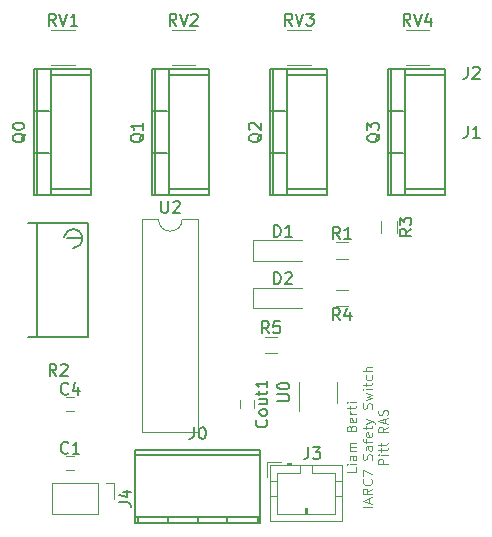
<source format=gbr>
G04 #@! TF.GenerationSoftware,KiCad,Pcbnew,no-vcs-found-ea855c1~58~ubuntu16.04.1*
G04 #@! TF.CreationDate,2017-06-06T15:51:33-04:00*
G04 #@! TF.ProjectId,KillSwitch,4B696C6C5377697463682E6B69636164,rev?*
G04 #@! TF.FileFunction,Legend,Top*
G04 #@! TF.FilePolarity,Positive*
%FSLAX46Y46*%
G04 Gerber Fmt 4.6, Leading zero omitted, Abs format (unit mm)*
G04 Created by KiCad (PCBNEW no-vcs-found-ea855c1~58~ubuntu16.04.1) date Tue Jun  6 15:51:33 2017*
%MOMM*%
%LPD*%
G01*
G04 APERTURE LIST*
%ADD10C,0.100000*%
%ADD11C,0.125000*%
%ADD12C,0.150000*%
%ADD13C,0.120000*%
G04 APERTURE END LIST*
D10*
D11*
X205236904Y-91352380D02*
X205236904Y-91733333D01*
X204436904Y-91733333D01*
X205236904Y-91085714D02*
X204703571Y-91085714D01*
X204436904Y-91085714D02*
X204475000Y-91123809D01*
X204513095Y-91085714D01*
X204475000Y-91047619D01*
X204436904Y-91085714D01*
X204513095Y-91085714D01*
X205236904Y-90361904D02*
X204817857Y-90361904D01*
X204741666Y-90400000D01*
X204703571Y-90476190D01*
X204703571Y-90628571D01*
X204741666Y-90704761D01*
X205198809Y-90361904D02*
X205236904Y-90438095D01*
X205236904Y-90628571D01*
X205198809Y-90704761D01*
X205122619Y-90742857D01*
X205046428Y-90742857D01*
X204970238Y-90704761D01*
X204932142Y-90628571D01*
X204932142Y-90438095D01*
X204894047Y-90361904D01*
X205236904Y-89980952D02*
X204703571Y-89980952D01*
X204779761Y-89980952D02*
X204741666Y-89942857D01*
X204703571Y-89866666D01*
X204703571Y-89752380D01*
X204741666Y-89676190D01*
X204817857Y-89638095D01*
X205236904Y-89638095D01*
X204817857Y-89638095D02*
X204741666Y-89600000D01*
X204703571Y-89523809D01*
X204703571Y-89409523D01*
X204741666Y-89333333D01*
X204817857Y-89295238D01*
X205236904Y-89295238D01*
X204817857Y-88038095D02*
X204855952Y-87923809D01*
X204894047Y-87885714D01*
X204970238Y-87847619D01*
X205084523Y-87847619D01*
X205160714Y-87885714D01*
X205198809Y-87923809D01*
X205236904Y-88000000D01*
X205236904Y-88304761D01*
X204436904Y-88304761D01*
X204436904Y-88038095D01*
X204475000Y-87961904D01*
X204513095Y-87923809D01*
X204589285Y-87885714D01*
X204665476Y-87885714D01*
X204741666Y-87923809D01*
X204779761Y-87961904D01*
X204817857Y-88038095D01*
X204817857Y-88304761D01*
X205198809Y-87200000D02*
X205236904Y-87276190D01*
X205236904Y-87428571D01*
X205198809Y-87504761D01*
X205122619Y-87542857D01*
X204817857Y-87542857D01*
X204741666Y-87504761D01*
X204703571Y-87428571D01*
X204703571Y-87276190D01*
X204741666Y-87200000D01*
X204817857Y-87161904D01*
X204894047Y-87161904D01*
X204970238Y-87542857D01*
X205236904Y-86819047D02*
X204703571Y-86819047D01*
X204855952Y-86819047D02*
X204779761Y-86780952D01*
X204741666Y-86742857D01*
X204703571Y-86666666D01*
X204703571Y-86590476D01*
X204703571Y-86438095D02*
X204703571Y-86133333D01*
X204436904Y-86323809D02*
X205122619Y-86323809D01*
X205198809Y-86285714D01*
X205236904Y-86209523D01*
X205236904Y-86133333D01*
X205236904Y-85866666D02*
X204703571Y-85866666D01*
X204436904Y-85866666D02*
X204475000Y-85904761D01*
X204513095Y-85866666D01*
X204475000Y-85828571D01*
X204436904Y-85866666D01*
X204513095Y-85866666D01*
X206561904Y-94704761D02*
X205761904Y-94704761D01*
X206333333Y-94361904D02*
X206333333Y-93980952D01*
X206561904Y-94438095D02*
X205761904Y-94171428D01*
X206561904Y-93904761D01*
X206561904Y-93180952D02*
X206180952Y-93447619D01*
X206561904Y-93638095D02*
X205761904Y-93638095D01*
X205761904Y-93333333D01*
X205800000Y-93257142D01*
X205838095Y-93219047D01*
X205914285Y-93180952D01*
X206028571Y-93180952D01*
X206104761Y-93219047D01*
X206142857Y-93257142D01*
X206180952Y-93333333D01*
X206180952Y-93638095D01*
X206485714Y-92380952D02*
X206523809Y-92419047D01*
X206561904Y-92533333D01*
X206561904Y-92609523D01*
X206523809Y-92723809D01*
X206447619Y-92800000D01*
X206371428Y-92838095D01*
X206219047Y-92876190D01*
X206104761Y-92876190D01*
X205952380Y-92838095D01*
X205876190Y-92800000D01*
X205800000Y-92723809D01*
X205761904Y-92609523D01*
X205761904Y-92533333D01*
X205800000Y-92419047D01*
X205838095Y-92380952D01*
X205761904Y-92114285D02*
X205761904Y-91580952D01*
X206561904Y-91923809D01*
X206523809Y-90704761D02*
X206561904Y-90590476D01*
X206561904Y-90400000D01*
X206523809Y-90323809D01*
X206485714Y-90285714D01*
X206409523Y-90247619D01*
X206333333Y-90247619D01*
X206257142Y-90285714D01*
X206219047Y-90323809D01*
X206180952Y-90400000D01*
X206142857Y-90552380D01*
X206104761Y-90628571D01*
X206066666Y-90666666D01*
X205990476Y-90704761D01*
X205914285Y-90704761D01*
X205838095Y-90666666D01*
X205800000Y-90628571D01*
X205761904Y-90552380D01*
X205761904Y-90361904D01*
X205800000Y-90247619D01*
X206561904Y-89561904D02*
X206142857Y-89561904D01*
X206066666Y-89600000D01*
X206028571Y-89676190D01*
X206028571Y-89828571D01*
X206066666Y-89904761D01*
X206523809Y-89561904D02*
X206561904Y-89638095D01*
X206561904Y-89828571D01*
X206523809Y-89904761D01*
X206447619Y-89942857D01*
X206371428Y-89942857D01*
X206295238Y-89904761D01*
X206257142Y-89828571D01*
X206257142Y-89638095D01*
X206219047Y-89561904D01*
X206028571Y-89295238D02*
X206028571Y-88990476D01*
X206561904Y-89180952D02*
X205876190Y-89180952D01*
X205800000Y-89142857D01*
X205761904Y-89066666D01*
X205761904Y-88990476D01*
X206523809Y-88419047D02*
X206561904Y-88495238D01*
X206561904Y-88647619D01*
X206523809Y-88723809D01*
X206447619Y-88761904D01*
X206142857Y-88761904D01*
X206066666Y-88723809D01*
X206028571Y-88647619D01*
X206028571Y-88495238D01*
X206066666Y-88419047D01*
X206142857Y-88380952D01*
X206219047Y-88380952D01*
X206295238Y-88761904D01*
X206028571Y-88152380D02*
X206028571Y-87847619D01*
X205761904Y-88038095D02*
X206447619Y-88038095D01*
X206523809Y-88000000D01*
X206561904Y-87923809D01*
X206561904Y-87847619D01*
X206028571Y-87657142D02*
X206561904Y-87466666D01*
X206028571Y-87276190D02*
X206561904Y-87466666D01*
X206752380Y-87542857D01*
X206790476Y-87580952D01*
X206828571Y-87657142D01*
X206523809Y-86400000D02*
X206561904Y-86285714D01*
X206561904Y-86095238D01*
X206523809Y-86019047D01*
X206485714Y-85980952D01*
X206409523Y-85942857D01*
X206333333Y-85942857D01*
X206257142Y-85980952D01*
X206219047Y-86019047D01*
X206180952Y-86095238D01*
X206142857Y-86247619D01*
X206104761Y-86323809D01*
X206066666Y-86361904D01*
X205990476Y-86400000D01*
X205914285Y-86400000D01*
X205838095Y-86361904D01*
X205800000Y-86323809D01*
X205761904Y-86247619D01*
X205761904Y-86057142D01*
X205800000Y-85942857D01*
X206028571Y-85676190D02*
X206561904Y-85523809D01*
X206180952Y-85371428D01*
X206561904Y-85219047D01*
X206028571Y-85066666D01*
X206561904Y-84761904D02*
X206028571Y-84761904D01*
X205761904Y-84761904D02*
X205800000Y-84800000D01*
X205838095Y-84761904D01*
X205800000Y-84723809D01*
X205761904Y-84761904D01*
X205838095Y-84761904D01*
X206028571Y-84495238D02*
X206028571Y-84190476D01*
X205761904Y-84380952D02*
X206447619Y-84380952D01*
X206523809Y-84342857D01*
X206561904Y-84266666D01*
X206561904Y-84190476D01*
X206523809Y-83580952D02*
X206561904Y-83657142D01*
X206561904Y-83809523D01*
X206523809Y-83885714D01*
X206485714Y-83923809D01*
X206409523Y-83961904D01*
X206180952Y-83961904D01*
X206104761Y-83923809D01*
X206066666Y-83885714D01*
X206028571Y-83809523D01*
X206028571Y-83657142D01*
X206066666Y-83580952D01*
X206561904Y-83238095D02*
X205761904Y-83238095D01*
X206561904Y-82895238D02*
X206142857Y-82895238D01*
X206066666Y-82933333D01*
X206028571Y-83009523D01*
X206028571Y-83123809D01*
X206066666Y-83200000D01*
X206104761Y-83238095D01*
X207886904Y-91085714D02*
X207086904Y-91085714D01*
X207086904Y-90780952D01*
X207125000Y-90704761D01*
X207163095Y-90666666D01*
X207239285Y-90628571D01*
X207353571Y-90628571D01*
X207429761Y-90666666D01*
X207467857Y-90704761D01*
X207505952Y-90780952D01*
X207505952Y-91085714D01*
X207886904Y-90285714D02*
X207353571Y-90285714D01*
X207086904Y-90285714D02*
X207125000Y-90323809D01*
X207163095Y-90285714D01*
X207125000Y-90247619D01*
X207086904Y-90285714D01*
X207163095Y-90285714D01*
X207353571Y-90019047D02*
X207353571Y-89714285D01*
X207086904Y-89904761D02*
X207772619Y-89904761D01*
X207848809Y-89866666D01*
X207886904Y-89790476D01*
X207886904Y-89714285D01*
X207353571Y-89561904D02*
X207353571Y-89257142D01*
X207086904Y-89447619D02*
X207772619Y-89447619D01*
X207848809Y-89409523D01*
X207886904Y-89333333D01*
X207886904Y-89257142D01*
X207886904Y-87923809D02*
X207505952Y-88190476D01*
X207886904Y-88380952D02*
X207086904Y-88380952D01*
X207086904Y-88076190D01*
X207125000Y-88000000D01*
X207163095Y-87961904D01*
X207239285Y-87923809D01*
X207353571Y-87923809D01*
X207429761Y-87961904D01*
X207467857Y-88000000D01*
X207505952Y-88076190D01*
X207505952Y-88380952D01*
X207658333Y-87619047D02*
X207658333Y-87238095D01*
X207886904Y-87695238D02*
X207086904Y-87428571D01*
X207886904Y-87161904D01*
X207848809Y-86933333D02*
X207886904Y-86819047D01*
X207886904Y-86628571D01*
X207848809Y-86552380D01*
X207810714Y-86514285D01*
X207734523Y-86476190D01*
X207658333Y-86476190D01*
X207582142Y-86514285D01*
X207544047Y-86552380D01*
X207505952Y-86628571D01*
X207467857Y-86780952D01*
X207429761Y-86857142D01*
X207391666Y-86895238D01*
X207315476Y-86933333D01*
X207239285Y-86933333D01*
X207163095Y-86895238D01*
X207125000Y-86857142D01*
X207086904Y-86780952D01*
X207086904Y-86590476D01*
X207125000Y-86476190D01*
D12*
X197110980Y-89901200D02*
X186509020Y-89901200D01*
X186509020Y-90299980D02*
X197110980Y-90299980D01*
X186509020Y-95600960D02*
X197110980Y-95600960D01*
X197110980Y-96098800D02*
X186509020Y-96098800D01*
X194306820Y-95600960D02*
X194306820Y-96098800D01*
X191810000Y-95600960D02*
X191810000Y-96098800D01*
X186712220Y-96098800D02*
X186712220Y-95600960D01*
X196910320Y-95600960D02*
X196910320Y-96098800D01*
X189313180Y-96098800D02*
X189313180Y-95600960D01*
X197108440Y-96098800D02*
X197108440Y-89901200D01*
X186514100Y-89901200D02*
X186514100Y-96098800D01*
D13*
X183365000Y-92670000D02*
X179495000Y-92670000D01*
X179495000Y-92670000D02*
X179495000Y-95330000D01*
X179495000Y-95330000D02*
X183365000Y-95330000D01*
X183365000Y-95330000D02*
X183365000Y-92670000D01*
X184000000Y-92670000D02*
X184695000Y-92670000D01*
X184695000Y-92670000D02*
X184695000Y-94000000D01*
X180650000Y-90400000D02*
X181350000Y-90400000D01*
X181350000Y-91600000D02*
X180650000Y-91600000D01*
X180650000Y-85400000D02*
X181350000Y-85400000D01*
X181350000Y-86600000D02*
X180650000Y-86600000D01*
X196600000Y-85650000D02*
X196600000Y-86350000D01*
X195400000Y-86350000D02*
X195400000Y-85650000D01*
X196500000Y-72150000D02*
X196500000Y-73850000D01*
X196550000Y-73850000D02*
X200600000Y-73850000D01*
X196550000Y-72150000D02*
X200600000Y-72150000D01*
X196500000Y-76150000D02*
X196500000Y-77850000D01*
X196550000Y-77850000D02*
X200600000Y-77850000D01*
X196550000Y-76150000D02*
X200600000Y-76150000D01*
X197950000Y-91200000D02*
X197950000Y-95900000D01*
X197950000Y-95900000D02*
X204050000Y-95900000D01*
X204050000Y-95900000D02*
X204050000Y-91200000D01*
X204050000Y-91200000D02*
X197950000Y-91200000D01*
X200500000Y-91200000D02*
X200500000Y-91800000D01*
X200500000Y-91800000D02*
X198550000Y-91800000D01*
X198550000Y-91800000D02*
X198550000Y-95300000D01*
X198550000Y-95300000D02*
X203450000Y-95300000D01*
X203450000Y-95300000D02*
X203450000Y-91800000D01*
X203450000Y-91800000D02*
X201500000Y-91800000D01*
X201500000Y-91800000D02*
X201500000Y-91200000D01*
X197950000Y-92500000D02*
X198550000Y-92500000D01*
X197950000Y-93800000D02*
X198550000Y-93800000D01*
X204050000Y-92500000D02*
X203450000Y-92500000D01*
X204050000Y-93800000D02*
X203450000Y-93800000D01*
X199700000Y-91200000D02*
X199700000Y-91000000D01*
X199700000Y-91000000D02*
X199400000Y-91000000D01*
X199400000Y-91000000D02*
X199400000Y-91200000D01*
X199700000Y-91100000D02*
X199400000Y-91100000D01*
X200900000Y-95300000D02*
X200900000Y-94800000D01*
X200900000Y-94800000D02*
X201100000Y-94800000D01*
X201100000Y-94800000D02*
X201100000Y-95300000D01*
X201000000Y-95300000D02*
X201000000Y-94800000D01*
X198900000Y-90900000D02*
X197650000Y-90900000D01*
X197650000Y-90900000D02*
X197650000Y-92150000D01*
D12*
X179349000Y-58174000D02*
X182778000Y-58174000D01*
X179349000Y-67826000D02*
X182778000Y-67826000D01*
X178206000Y-57666000D02*
X178206000Y-68334000D01*
X179222000Y-61222000D02*
X177952000Y-61222000D01*
X179222000Y-64778000D02*
X177952000Y-64778000D01*
X179349000Y-68334000D02*
X179349000Y-57666000D01*
X182778000Y-57666000D02*
X182778000Y-68334000D01*
X177952000Y-68334000D02*
X182778000Y-68334000D01*
X177952000Y-57666000D02*
X182778000Y-57666000D01*
X177952000Y-57666000D02*
X177952000Y-68334000D01*
X189349000Y-58174000D02*
X192778000Y-58174000D01*
X189349000Y-67826000D02*
X192778000Y-67826000D01*
X188206000Y-57666000D02*
X188206000Y-68334000D01*
X189222000Y-61222000D02*
X187952000Y-61222000D01*
X189222000Y-64778000D02*
X187952000Y-64778000D01*
X189349000Y-68334000D02*
X189349000Y-57666000D01*
X192778000Y-57666000D02*
X192778000Y-68334000D01*
X187952000Y-68334000D02*
X192778000Y-68334000D01*
X187952000Y-57666000D02*
X192778000Y-57666000D01*
X187952000Y-57666000D02*
X187952000Y-68334000D01*
X199349000Y-58174000D02*
X202778000Y-58174000D01*
X199349000Y-67826000D02*
X202778000Y-67826000D01*
X198206000Y-57666000D02*
X198206000Y-68334000D01*
X199222000Y-61222000D02*
X197952000Y-61222000D01*
X199222000Y-64778000D02*
X197952000Y-64778000D01*
X199349000Y-68334000D02*
X199349000Y-57666000D01*
X202778000Y-57666000D02*
X202778000Y-68334000D01*
X197952000Y-68334000D02*
X202778000Y-68334000D01*
X197952000Y-57666000D02*
X202778000Y-57666000D01*
X197952000Y-57666000D02*
X197952000Y-68334000D01*
X209349000Y-58174000D02*
X212778000Y-58174000D01*
X209349000Y-67826000D02*
X212778000Y-67826000D01*
X208206000Y-57666000D02*
X208206000Y-68334000D01*
X209222000Y-61222000D02*
X207952000Y-61222000D01*
X209222000Y-64778000D02*
X207952000Y-64778000D01*
X209349000Y-68334000D02*
X209349000Y-57666000D01*
X212778000Y-57666000D02*
X212778000Y-68334000D01*
X207952000Y-68334000D02*
X212778000Y-68334000D01*
X207952000Y-57666000D02*
X212778000Y-57666000D01*
X207952000Y-57666000D02*
X207952000Y-68334000D01*
D13*
X204500000Y-73680000D02*
X203500000Y-73680000D01*
X203500000Y-72320000D02*
X204500000Y-72320000D01*
D12*
X182032000Y-71984000D02*
X180762000Y-71984000D01*
X181282700Y-72771400D02*
X181536700Y-72733300D01*
X181536700Y-72733300D02*
X181816100Y-72555500D01*
X181816100Y-72555500D02*
X182032000Y-72238000D01*
X182032000Y-72238000D02*
X182044700Y-71793500D01*
X182044700Y-71793500D02*
X181841500Y-71437900D01*
X181841500Y-71437900D02*
X181549400Y-71260100D01*
X181549400Y-71260100D02*
X181231900Y-71209300D01*
X181231900Y-71209300D02*
X180825500Y-71310900D01*
X180825500Y-71310900D02*
X180571500Y-71653800D01*
X180571500Y-71653800D02*
X180482600Y-71831600D01*
X178222000Y-80366000D02*
X178222000Y-70714000D01*
X181270000Y-70714000D02*
X182540000Y-70714000D01*
X182540000Y-70714000D02*
X182540000Y-80366000D01*
X182540000Y-80366000D02*
X177460000Y-80366000D01*
X177460000Y-70714000D02*
X180000000Y-70714000D01*
X180000000Y-70714000D02*
X181270000Y-70714000D01*
D13*
X207320000Y-71500000D02*
X207320000Y-70500000D01*
X208680000Y-70500000D02*
X208680000Y-71500000D01*
X203500000Y-76320000D02*
X204500000Y-76320000D01*
X204500000Y-77680000D02*
X203500000Y-77680000D01*
X198500000Y-81680000D02*
X197500000Y-81680000D01*
X197500000Y-80320000D02*
X198500000Y-80320000D01*
X203610000Y-85900000D02*
X203610000Y-84100000D01*
X200390000Y-84100000D02*
X200390000Y-86550000D01*
X190484000Y-70365000D02*
G75*
G02X188484000Y-70365000I-1000000J0D01*
G01*
X188484000Y-70365000D02*
X187114000Y-70365000D01*
X187114000Y-70365000D02*
X187114000Y-88385000D01*
X187114000Y-88385000D02*
X191854000Y-88385000D01*
X191854000Y-88385000D02*
X191854000Y-70365000D01*
X191854000Y-70365000D02*
X190484000Y-70365000D01*
X181400000Y-57280000D02*
X179400000Y-57280000D01*
X179400000Y-54320000D02*
X181400000Y-54320000D01*
X191600000Y-57280000D02*
X189600000Y-57280000D01*
X189600000Y-54320000D02*
X191600000Y-54320000D01*
X201400000Y-57280000D02*
X199400000Y-57280000D01*
X199400000Y-54320000D02*
X201400000Y-54320000D01*
X211400000Y-57280000D02*
X209400000Y-57280000D01*
X209400000Y-54320000D02*
X211400000Y-54320000D01*
D12*
X214666666Y-62452380D02*
X214666666Y-63166666D01*
X214619047Y-63309523D01*
X214523809Y-63404761D01*
X214380952Y-63452380D01*
X214285714Y-63452380D01*
X215666666Y-63452380D02*
X215095238Y-63452380D01*
X215380952Y-63452380D02*
X215380952Y-62452380D01*
X215285714Y-62595238D01*
X215190476Y-62690476D01*
X215095238Y-62738095D01*
X191476666Y-87951500D02*
X191476666Y-88665786D01*
X191429047Y-88808643D01*
X191333809Y-88903881D01*
X191190952Y-88951500D01*
X191095714Y-88951500D01*
X192143333Y-87951500D02*
X192238571Y-87951500D01*
X192333809Y-87999120D01*
X192381428Y-88046739D01*
X192429047Y-88141977D01*
X192476666Y-88332453D01*
X192476666Y-88570548D01*
X192429047Y-88761024D01*
X192381428Y-88856262D01*
X192333809Y-88903881D01*
X192238571Y-88951500D01*
X192143333Y-88951500D01*
X192048095Y-88903881D01*
X192000476Y-88856262D01*
X191952857Y-88761024D01*
X191905238Y-88570548D01*
X191905238Y-88332453D01*
X191952857Y-88141977D01*
X192000476Y-88046739D01*
X192048095Y-87999120D01*
X192143333Y-87951500D01*
X185147380Y-94333333D02*
X185861666Y-94333333D01*
X186004523Y-94380952D01*
X186099761Y-94476190D01*
X186147380Y-94619047D01*
X186147380Y-94714285D01*
X185480714Y-93428571D02*
X186147380Y-93428571D01*
X185099761Y-93666666D02*
X185814047Y-93904761D01*
X185814047Y-93285714D01*
X180833333Y-90107142D02*
X180785714Y-90154761D01*
X180642857Y-90202380D01*
X180547619Y-90202380D01*
X180404761Y-90154761D01*
X180309523Y-90059523D01*
X180261904Y-89964285D01*
X180214285Y-89773809D01*
X180214285Y-89630952D01*
X180261904Y-89440476D01*
X180309523Y-89345238D01*
X180404761Y-89250000D01*
X180547619Y-89202380D01*
X180642857Y-89202380D01*
X180785714Y-89250000D01*
X180833333Y-89297619D01*
X181785714Y-90202380D02*
X181214285Y-90202380D01*
X181500000Y-90202380D02*
X181500000Y-89202380D01*
X181404761Y-89345238D01*
X181309523Y-89440476D01*
X181214285Y-89488095D01*
X180833333Y-85107142D02*
X180785714Y-85154761D01*
X180642857Y-85202380D01*
X180547619Y-85202380D01*
X180404761Y-85154761D01*
X180309523Y-85059523D01*
X180261904Y-84964285D01*
X180214285Y-84773809D01*
X180214285Y-84630952D01*
X180261904Y-84440476D01*
X180309523Y-84345238D01*
X180404761Y-84250000D01*
X180547619Y-84202380D01*
X180642857Y-84202380D01*
X180785714Y-84250000D01*
X180833333Y-84297619D01*
X181690476Y-84535714D02*
X181690476Y-85202380D01*
X181452380Y-84154761D02*
X181214285Y-84869047D01*
X181833333Y-84869047D01*
X197607142Y-87357142D02*
X197654761Y-87404761D01*
X197702380Y-87547619D01*
X197702380Y-87642857D01*
X197654761Y-87785714D01*
X197559523Y-87880952D01*
X197464285Y-87928571D01*
X197273809Y-87976190D01*
X197130952Y-87976190D01*
X196940476Y-87928571D01*
X196845238Y-87880952D01*
X196750000Y-87785714D01*
X196702380Y-87642857D01*
X196702380Y-87547619D01*
X196750000Y-87404761D01*
X196797619Y-87357142D01*
X197702380Y-86785714D02*
X197654761Y-86880952D01*
X197607142Y-86928571D01*
X197511904Y-86976190D01*
X197226190Y-86976190D01*
X197130952Y-86928571D01*
X197083333Y-86880952D01*
X197035714Y-86785714D01*
X197035714Y-86642857D01*
X197083333Y-86547619D01*
X197130952Y-86500000D01*
X197226190Y-86452380D01*
X197511904Y-86452380D01*
X197607142Y-86500000D01*
X197654761Y-86547619D01*
X197702380Y-86642857D01*
X197702380Y-86785714D01*
X197035714Y-85595238D02*
X197702380Y-85595238D01*
X197035714Y-86023809D02*
X197559523Y-86023809D01*
X197654761Y-85976190D01*
X197702380Y-85880952D01*
X197702380Y-85738095D01*
X197654761Y-85642857D01*
X197607142Y-85595238D01*
X197035714Y-85261904D02*
X197035714Y-84880952D01*
X196702380Y-85119047D02*
X197559523Y-85119047D01*
X197654761Y-85071428D01*
X197702380Y-84976190D01*
X197702380Y-84880952D01*
X197702380Y-84023809D02*
X197702380Y-84595238D01*
X197702380Y-84309523D02*
X196702380Y-84309523D01*
X196845238Y-84404761D01*
X196940476Y-84500000D01*
X196988095Y-84595238D01*
X198261904Y-71852380D02*
X198261904Y-70852380D01*
X198500000Y-70852380D01*
X198642857Y-70900000D01*
X198738095Y-70995238D01*
X198785714Y-71090476D01*
X198833333Y-71280952D01*
X198833333Y-71423809D01*
X198785714Y-71614285D01*
X198738095Y-71709523D01*
X198642857Y-71804761D01*
X198500000Y-71852380D01*
X198261904Y-71852380D01*
X199785714Y-71852380D02*
X199214285Y-71852380D01*
X199500000Y-71852380D02*
X199500000Y-70852380D01*
X199404761Y-70995238D01*
X199309523Y-71090476D01*
X199214285Y-71138095D01*
X198261904Y-75852380D02*
X198261904Y-74852380D01*
X198500000Y-74852380D01*
X198642857Y-74900000D01*
X198738095Y-74995238D01*
X198785714Y-75090476D01*
X198833333Y-75280952D01*
X198833333Y-75423809D01*
X198785714Y-75614285D01*
X198738095Y-75709523D01*
X198642857Y-75804761D01*
X198500000Y-75852380D01*
X198261904Y-75852380D01*
X199214285Y-74947619D02*
X199261904Y-74900000D01*
X199357142Y-74852380D01*
X199595238Y-74852380D01*
X199690476Y-74900000D01*
X199738095Y-74947619D01*
X199785714Y-75042857D01*
X199785714Y-75138095D01*
X199738095Y-75280952D01*
X199166666Y-75852380D01*
X199785714Y-75852380D01*
X201166666Y-89652380D02*
X201166666Y-90366666D01*
X201119047Y-90509523D01*
X201023809Y-90604761D01*
X200880952Y-90652380D01*
X200785714Y-90652380D01*
X201547619Y-89652380D02*
X202166666Y-89652380D01*
X201833333Y-90033333D01*
X201976190Y-90033333D01*
X202071428Y-90080952D01*
X202119047Y-90128571D01*
X202166666Y-90223809D01*
X202166666Y-90461904D01*
X202119047Y-90557142D01*
X202071428Y-90604761D01*
X201976190Y-90652380D01*
X201690476Y-90652380D01*
X201595238Y-90604761D01*
X201547619Y-90557142D01*
X177229619Y-63095238D02*
X177182000Y-63190476D01*
X177086761Y-63285714D01*
X176943904Y-63428571D01*
X176896285Y-63523809D01*
X176896285Y-63619047D01*
X177134380Y-63571428D02*
X177086761Y-63666666D01*
X176991523Y-63761904D01*
X176801047Y-63809523D01*
X176467714Y-63809523D01*
X176277238Y-63761904D01*
X176182000Y-63666666D01*
X176134380Y-63571428D01*
X176134380Y-63380952D01*
X176182000Y-63285714D01*
X176277238Y-63190476D01*
X176467714Y-63142857D01*
X176801047Y-63142857D01*
X176991523Y-63190476D01*
X177086761Y-63285714D01*
X177134380Y-63380952D01*
X177134380Y-63571428D01*
X176134380Y-62523809D02*
X176134380Y-62428571D01*
X176182000Y-62333333D01*
X176229619Y-62285714D01*
X176324857Y-62238095D01*
X176515333Y-62190476D01*
X176753428Y-62190476D01*
X176943904Y-62238095D01*
X177039142Y-62285714D01*
X177086761Y-62333333D01*
X177134380Y-62428571D01*
X177134380Y-62523809D01*
X177086761Y-62619047D01*
X177039142Y-62666666D01*
X176943904Y-62714285D01*
X176753428Y-62761904D01*
X176515333Y-62761904D01*
X176324857Y-62714285D01*
X176229619Y-62666666D01*
X176182000Y-62619047D01*
X176134380Y-62523809D01*
X187229619Y-63095238D02*
X187182000Y-63190476D01*
X187086761Y-63285714D01*
X186943904Y-63428571D01*
X186896285Y-63523809D01*
X186896285Y-63619047D01*
X187134380Y-63571428D02*
X187086761Y-63666666D01*
X186991523Y-63761904D01*
X186801047Y-63809523D01*
X186467714Y-63809523D01*
X186277238Y-63761904D01*
X186182000Y-63666666D01*
X186134380Y-63571428D01*
X186134380Y-63380952D01*
X186182000Y-63285714D01*
X186277238Y-63190476D01*
X186467714Y-63142857D01*
X186801047Y-63142857D01*
X186991523Y-63190476D01*
X187086761Y-63285714D01*
X187134380Y-63380952D01*
X187134380Y-63571428D01*
X187134380Y-62190476D02*
X187134380Y-62761904D01*
X187134380Y-62476190D02*
X186134380Y-62476190D01*
X186277238Y-62571428D01*
X186372476Y-62666666D01*
X186420095Y-62761904D01*
X197229619Y-63095238D02*
X197182000Y-63190476D01*
X197086761Y-63285714D01*
X196943904Y-63428571D01*
X196896285Y-63523809D01*
X196896285Y-63619047D01*
X197134380Y-63571428D02*
X197086761Y-63666666D01*
X196991523Y-63761904D01*
X196801047Y-63809523D01*
X196467714Y-63809523D01*
X196277238Y-63761904D01*
X196182000Y-63666666D01*
X196134380Y-63571428D01*
X196134380Y-63380952D01*
X196182000Y-63285714D01*
X196277238Y-63190476D01*
X196467714Y-63142857D01*
X196801047Y-63142857D01*
X196991523Y-63190476D01*
X197086761Y-63285714D01*
X197134380Y-63380952D01*
X197134380Y-63571428D01*
X196229619Y-62761904D02*
X196182000Y-62714285D01*
X196134380Y-62619047D01*
X196134380Y-62380952D01*
X196182000Y-62285714D01*
X196229619Y-62238095D01*
X196324857Y-62190476D01*
X196420095Y-62190476D01*
X196562952Y-62238095D01*
X197134380Y-62809523D01*
X197134380Y-62190476D01*
X207229619Y-63095238D02*
X207182000Y-63190476D01*
X207086761Y-63285714D01*
X206943904Y-63428571D01*
X206896285Y-63523809D01*
X206896285Y-63619047D01*
X207134380Y-63571428D02*
X207086761Y-63666666D01*
X206991523Y-63761904D01*
X206801047Y-63809523D01*
X206467714Y-63809523D01*
X206277238Y-63761904D01*
X206182000Y-63666666D01*
X206134380Y-63571428D01*
X206134380Y-63380952D01*
X206182000Y-63285714D01*
X206277238Y-63190476D01*
X206467714Y-63142857D01*
X206801047Y-63142857D01*
X206991523Y-63190476D01*
X207086761Y-63285714D01*
X207134380Y-63380952D01*
X207134380Y-63571428D01*
X206134380Y-62809523D02*
X206134380Y-62190476D01*
X206515333Y-62523809D01*
X206515333Y-62380952D01*
X206562952Y-62285714D01*
X206610571Y-62238095D01*
X206705809Y-62190476D01*
X206943904Y-62190476D01*
X207039142Y-62238095D01*
X207086761Y-62285714D01*
X207134380Y-62380952D01*
X207134380Y-62666666D01*
X207086761Y-62761904D01*
X207039142Y-62809523D01*
X203833333Y-72002380D02*
X203500000Y-71526190D01*
X203261904Y-72002380D02*
X203261904Y-71002380D01*
X203642857Y-71002380D01*
X203738095Y-71050000D01*
X203785714Y-71097619D01*
X203833333Y-71192857D01*
X203833333Y-71335714D01*
X203785714Y-71430952D01*
X203738095Y-71478571D01*
X203642857Y-71526190D01*
X203261904Y-71526190D01*
X204785714Y-72002380D02*
X204214285Y-72002380D01*
X204500000Y-72002380D02*
X204500000Y-71002380D01*
X204404761Y-71145238D01*
X204309523Y-71240476D01*
X204214285Y-71288095D01*
X179833333Y-83612380D02*
X179500000Y-83136190D01*
X179261904Y-83612380D02*
X179261904Y-82612380D01*
X179642857Y-82612380D01*
X179738095Y-82660000D01*
X179785714Y-82707619D01*
X179833333Y-82802857D01*
X179833333Y-82945714D01*
X179785714Y-83040952D01*
X179738095Y-83088571D01*
X179642857Y-83136190D01*
X179261904Y-83136190D01*
X180214285Y-82707619D02*
X180261904Y-82660000D01*
X180357142Y-82612380D01*
X180595238Y-82612380D01*
X180690476Y-82660000D01*
X180738095Y-82707619D01*
X180785714Y-82802857D01*
X180785714Y-82898095D01*
X180738095Y-83040952D01*
X180166666Y-83612380D01*
X180785714Y-83612380D01*
X209902380Y-71166666D02*
X209426190Y-71500000D01*
X209902380Y-71738095D02*
X208902380Y-71738095D01*
X208902380Y-71357142D01*
X208950000Y-71261904D01*
X208997619Y-71214285D01*
X209092857Y-71166666D01*
X209235714Y-71166666D01*
X209330952Y-71214285D01*
X209378571Y-71261904D01*
X209426190Y-71357142D01*
X209426190Y-71738095D01*
X208902380Y-70833333D02*
X208902380Y-70214285D01*
X209283333Y-70547619D01*
X209283333Y-70404761D01*
X209330952Y-70309523D01*
X209378571Y-70261904D01*
X209473809Y-70214285D01*
X209711904Y-70214285D01*
X209807142Y-70261904D01*
X209854761Y-70309523D01*
X209902380Y-70404761D01*
X209902380Y-70690476D01*
X209854761Y-70785714D01*
X209807142Y-70833333D01*
X203833333Y-78902380D02*
X203500000Y-78426190D01*
X203261904Y-78902380D02*
X203261904Y-77902380D01*
X203642857Y-77902380D01*
X203738095Y-77950000D01*
X203785714Y-77997619D01*
X203833333Y-78092857D01*
X203833333Y-78235714D01*
X203785714Y-78330952D01*
X203738095Y-78378571D01*
X203642857Y-78426190D01*
X203261904Y-78426190D01*
X204690476Y-78235714D02*
X204690476Y-78902380D01*
X204452380Y-77854761D02*
X204214285Y-78569047D01*
X204833333Y-78569047D01*
X197833333Y-80002380D02*
X197500000Y-79526190D01*
X197261904Y-80002380D02*
X197261904Y-79002380D01*
X197642857Y-79002380D01*
X197738095Y-79050000D01*
X197785714Y-79097619D01*
X197833333Y-79192857D01*
X197833333Y-79335714D01*
X197785714Y-79430952D01*
X197738095Y-79478571D01*
X197642857Y-79526190D01*
X197261904Y-79526190D01*
X198738095Y-79002380D02*
X198261904Y-79002380D01*
X198214285Y-79478571D01*
X198261904Y-79430952D01*
X198357142Y-79383333D01*
X198595238Y-79383333D01*
X198690476Y-79430952D01*
X198738095Y-79478571D01*
X198785714Y-79573809D01*
X198785714Y-79811904D01*
X198738095Y-79907142D01*
X198690476Y-79954761D01*
X198595238Y-80002380D01*
X198357142Y-80002380D01*
X198261904Y-79954761D01*
X198214285Y-79907142D01*
X198552380Y-85761904D02*
X199361904Y-85761904D01*
X199457142Y-85714285D01*
X199504761Y-85666666D01*
X199552380Y-85571428D01*
X199552380Y-85380952D01*
X199504761Y-85285714D01*
X199457142Y-85238095D01*
X199361904Y-85190476D01*
X198552380Y-85190476D01*
X198552380Y-84523809D02*
X198552380Y-84428571D01*
X198600000Y-84333333D01*
X198647619Y-84285714D01*
X198742857Y-84238095D01*
X198933333Y-84190476D01*
X199171428Y-84190476D01*
X199361904Y-84238095D01*
X199457142Y-84285714D01*
X199504761Y-84333333D01*
X199552380Y-84428571D01*
X199552380Y-84523809D01*
X199504761Y-84619047D01*
X199457142Y-84666666D01*
X199361904Y-84714285D01*
X199171428Y-84761904D01*
X198933333Y-84761904D01*
X198742857Y-84714285D01*
X198647619Y-84666666D01*
X198600000Y-84619047D01*
X198552380Y-84523809D01*
X188722095Y-68817380D02*
X188722095Y-69626904D01*
X188769714Y-69722142D01*
X188817333Y-69769761D01*
X188912571Y-69817380D01*
X189103047Y-69817380D01*
X189198285Y-69769761D01*
X189245904Y-69722142D01*
X189293523Y-69626904D01*
X189293523Y-68817380D01*
X189722095Y-68912619D02*
X189769714Y-68865000D01*
X189864952Y-68817380D01*
X190103047Y-68817380D01*
X190198285Y-68865000D01*
X190245904Y-68912619D01*
X190293523Y-69007857D01*
X190293523Y-69103095D01*
X190245904Y-69245952D01*
X189674476Y-69817380D01*
X190293523Y-69817380D01*
X214666666Y-57452380D02*
X214666666Y-58166666D01*
X214619047Y-58309523D01*
X214523809Y-58404761D01*
X214380952Y-58452380D01*
X214285714Y-58452380D01*
X215095238Y-57547619D02*
X215142857Y-57500000D01*
X215238095Y-57452380D01*
X215476190Y-57452380D01*
X215571428Y-57500000D01*
X215619047Y-57547619D01*
X215666666Y-57642857D01*
X215666666Y-57738095D01*
X215619047Y-57880952D01*
X215047619Y-58452380D01*
X215666666Y-58452380D01*
X179804761Y-53952380D02*
X179471428Y-53476190D01*
X179233333Y-53952380D02*
X179233333Y-52952380D01*
X179614285Y-52952380D01*
X179709523Y-53000000D01*
X179757142Y-53047619D01*
X179804761Y-53142857D01*
X179804761Y-53285714D01*
X179757142Y-53380952D01*
X179709523Y-53428571D01*
X179614285Y-53476190D01*
X179233333Y-53476190D01*
X180090476Y-52952380D02*
X180423809Y-53952380D01*
X180757142Y-52952380D01*
X181614285Y-53952380D02*
X181042857Y-53952380D01*
X181328571Y-53952380D02*
X181328571Y-52952380D01*
X181233333Y-53095238D01*
X181138095Y-53190476D01*
X181042857Y-53238095D01*
X190004761Y-53952380D02*
X189671428Y-53476190D01*
X189433333Y-53952380D02*
X189433333Y-52952380D01*
X189814285Y-52952380D01*
X189909523Y-53000000D01*
X189957142Y-53047619D01*
X190004761Y-53142857D01*
X190004761Y-53285714D01*
X189957142Y-53380952D01*
X189909523Y-53428571D01*
X189814285Y-53476190D01*
X189433333Y-53476190D01*
X190290476Y-52952380D02*
X190623809Y-53952380D01*
X190957142Y-52952380D01*
X191242857Y-53047619D02*
X191290476Y-53000000D01*
X191385714Y-52952380D01*
X191623809Y-52952380D01*
X191719047Y-53000000D01*
X191766666Y-53047619D01*
X191814285Y-53142857D01*
X191814285Y-53238095D01*
X191766666Y-53380952D01*
X191195238Y-53952380D01*
X191814285Y-53952380D01*
X199804761Y-53952380D02*
X199471428Y-53476190D01*
X199233333Y-53952380D02*
X199233333Y-52952380D01*
X199614285Y-52952380D01*
X199709523Y-53000000D01*
X199757142Y-53047619D01*
X199804761Y-53142857D01*
X199804761Y-53285714D01*
X199757142Y-53380952D01*
X199709523Y-53428571D01*
X199614285Y-53476190D01*
X199233333Y-53476190D01*
X200090476Y-52952380D02*
X200423809Y-53952380D01*
X200757142Y-52952380D01*
X200995238Y-52952380D02*
X201614285Y-52952380D01*
X201280952Y-53333333D01*
X201423809Y-53333333D01*
X201519047Y-53380952D01*
X201566666Y-53428571D01*
X201614285Y-53523809D01*
X201614285Y-53761904D01*
X201566666Y-53857142D01*
X201519047Y-53904761D01*
X201423809Y-53952380D01*
X201138095Y-53952380D01*
X201042857Y-53904761D01*
X200995238Y-53857142D01*
X209804761Y-53952380D02*
X209471428Y-53476190D01*
X209233333Y-53952380D02*
X209233333Y-52952380D01*
X209614285Y-52952380D01*
X209709523Y-53000000D01*
X209757142Y-53047619D01*
X209804761Y-53142857D01*
X209804761Y-53285714D01*
X209757142Y-53380952D01*
X209709523Y-53428571D01*
X209614285Y-53476190D01*
X209233333Y-53476190D01*
X210090476Y-52952380D02*
X210423809Y-53952380D01*
X210757142Y-52952380D01*
X211519047Y-53285714D02*
X211519047Y-53952380D01*
X211280952Y-52904761D02*
X211042857Y-53619047D01*
X211661904Y-53619047D01*
M02*

</source>
